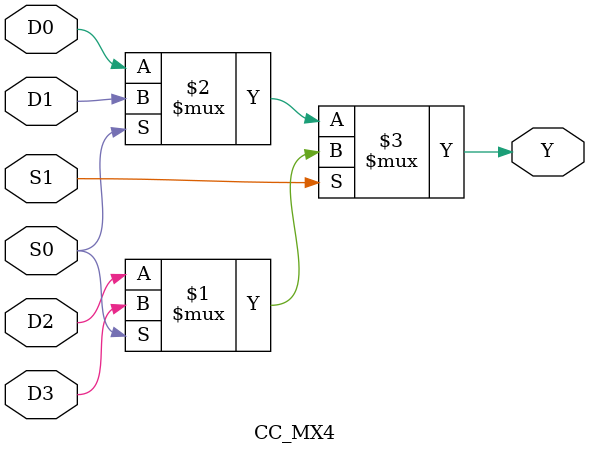
<source format=v>
module CC_MX4 (
	input  D0, D1, D2, D3,
	input  S0, S1,
	output Y
);
	assign Y = S1 ? (S0 ? D3 : D2) :
					(S0 ? D1 : D0);
endmodule
</source>
